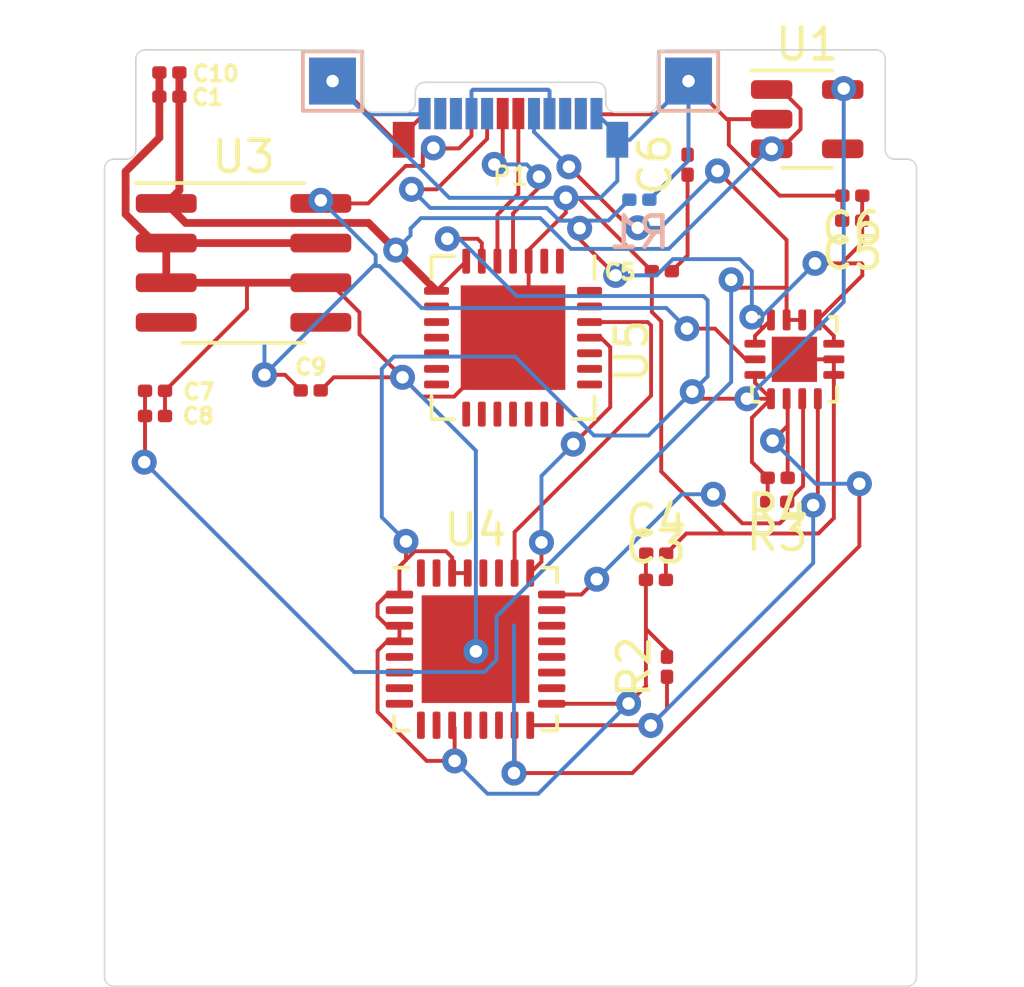
<source format=kicad_pcb>
(kicad_pcb (version 20221018) (generator pcbnew)
  (title_block (title "Expansion Card Template") (rev "X1") (company "Framework") (comment 1 "This work is licensed under a Creative Commons Attribution 4.0 International License") (comment 4 "https://frame.work"))
  (layers (0 "F.Cu" signal) (31 "B.Cu" signal) (34 "B.Paste" user) (35 "F.Paste" user) (36 "B.SilkS" user "B.Silkscreen") (37 "F.SilkS" user "F.Silkscreen") (38 "B.Mask" user) (39 "F.Mask" user) (44 "Edge.Cuts" user))
  (net 0 "")
  (net 1 "GND")
  (net 2 "VBUS")
  (net 3 "+3.3V")
  (net 5 "/CC2")
  (net 6 "/INT")
  (net 7 "/SCL")
  (net 8 "/SDA")
  (net 9 "/CC1")
  (net 29 "+5V")
  (net 32 "/VCONN")
  (net 33 "/RXD")
  (net 34 "/TXD")
  (net 35 "/D+")
  (net 36 "/D-")
  (footprint "Expansion_Card:USB_C_Plug_Molex_105444" (layer "F.Cu") (at 140 129)
    (fp_text reference "P1")
    (fp_text value "USB_C_Plug_USB2.0")
    (fp_line (start -3.35 0) (end -4.3 0) (stroke (width 0.05)) (layer "Edge.Cuts"))
    (fp_line (start -3.05 -0.66) (end -3.05 -0.3) (stroke (width 0.05)) (layer "Edge.Cuts"))
    (fp_line (start -2.75 -0.96) (end 2.75 -0.96) (stroke (width 0.05)) (layer "Edge.Cuts"))
    (fp_line (start 3.05 -0.66) (end 3.05 -0.3) (stroke (width 0.05)) (layer "Edge.Cuts"))
    (fp_line (start 3.35 0) (end 4.3 0) (stroke (width 0.05)) (layer "Edge.Cuts"))
    (fp_arc (start -3.05 -0.66) (mid -2.962132 -0.872132) (end -2.75 -0.96) (stroke (width 0.05)) (layer "Edge.Cuts"))
    (fp_arc (start -3.05 -0.3) (mid -3.137868 -0.087868) (end -3.35 0) (stroke (width 0.05)) (layer "Edge.Cuts"))
    (fp_arc (start 2.75 -0.96) (mid 2.962132 -0.872132) (end 3.05 -0.66) (stroke (width 0.05)) (layer "Edge.Cuts"))
    (fp_arc (start 3.35 0) (mid 3.137868 -0.087868) (end 3.05 -0.3) (stroke (width 0.05)) (layer "Edge.Cuts"))
  )
  (footprint "MountingHole:MountingHole_2.2mm_M2" (layer "F.Cu") (at 128.7 146.5)
    (fp_text reference "H1" hide)
    (fp_text value "MountingHole")
  )
  (footprint "MountingHole:MountingHole_2.2mm_M2" (layer "F.Cu") (at 151.3 146.5)
    (fp_text reference "H2" hide)
    (fp_text value "MountingHole")
  )
  (footprint "TestPoint:TestPoint_Pad_1.5x1.5mm" (layer "F.Cu") (at 134.3 128)
    (fp_text reference "TP1" hide)
    (fp_text value "TestPoint")
  )
  (footprint "TestPoint:TestPoint_Pad_1.5x1.5mm" (layer "F.Cu") (at 145.7 128)
    (fp_text reference "TP3" hide)
    (fp_text value "TestPoint")
  )
  (footprint "Package_DFN_QFN:QFN-32-1EP_5x5mm_P0.5mm_EP3.45x3.45mm" (layer "F.Cu") (at 138.88 146.2)
    (fp_text reference "U4")
    (fp_text value "ESP8266EX")
  )
  (footprint "Capacitor_SMD:C_0201_0603Metric" (layer "F.Cu") (at 144.665 143.14)
    (fp_text reference "C4")
    (fp_text value "0.1uF")
  )
  (footprint "Capacitor_SMD:C_0201_0603Metric" (layer "F.Cu") (at 133.6 137.91)
    (fp_text reference "C9")
    (fp_text value "33uF")
  )
  (footprint "Capacitor_SMD:C_0201_0603Metric" (layer "F.Cu") (at 129.075 127.725 180)
    (fp_text reference "C10")
    (fp_text value "0.1uF")
  )
  (footprint "Capacitor_SMD:C_0201_0603Metric" (layer "F.Cu") (at 129.075 128.5 180)
    (fp_text reference "C1")
    (fp_text value "10uF")
  )
  (footprint "Capacitor_SMD:C_0201_0603Metric" (layer "F.Cu") (at 144.655 143.98)
    (fp_text reference "C3")
    (fp_text value "1uF")
  )
  (footprint "Package_TO_SOT_SMD:SOT-23-5" (layer "F.Cu") (at 149.5 129.22)
    (fp_text reference "U1")
    (fp_text value "AP2112K-3.3")
  )
  (footprint "Resistor_SMD:R_0201_0603Metric" (layer "F.Cu") (at 145.01 146.765 90)
    (fp_text reference "R2")
    (fp_text value "4.7k")
  )
  (footprint "Capacitor_SMD:C_0201_0603Metric" (layer "F.Cu") (at 128.615 137.922)
    (fp_text reference "C7")
    (fp_text value "1uF")
  )
  (footprint "Resistor_SMD:R_0201_0603Metric" (layer "F.Cu") (at 148.555 140.71 180)
    (fp_text reference "R4")
    (fp_text value "4.7k")
  )
  (footprint "Capacitor_SMD:C_0201_0603Metric" (layer "F.Cu") (at 128.615 138.73)
    (fp_text reference "C8")
    (fp_text value "0.1uF")
  )
  (footprint "Capacitor_SMD:C_0201_0603Metric" (layer "F.Cu") (at 150.945 131.67 180)
    (fp_text reference "C6")
    (fp_text value "470pF")
  )
  (footprint "Capacitor_SMD:C_0201_0603Metric" (layer "F.Cu") (at 145.67 130.68 90)
    (fp_text reference "C6")
    (fp_text value "470pF")
  )
  (footprint "Package_DFN_QFN:WQFN-14-1EP_2.5x2.5mm_P0.5mm_EP1.45x1.45mm" (layer "F.Cu") (at 149.0905 136.914)
    (fp_text reference "U2" hide)
    (fp_text value "FUSB302BMPX")
  )
  (footprint "Resistor_SMD:R_0201_0603Metric" (layer "F.Cu") (at 148.54 141.48 180)
    (fp_text reference "R3")
    (fp_text value "4.7k")
  )
  (footprint "Package_SO:SOIC-8_3.9x4.9mm_P1.27mm" (layer "F.Cu") (at 131.45 133.825)
    (fp_text reference "U3")
    (fp_text value "LM78L05_SO8" hide)
  )
  (footprint "Capacitor_SMD:C_0201_0603Metric" (layer "F.Cu") (at 150.94 132.47 180)
    (fp_text reference "C5")
    (fp_text value "470pF")
  )
  (footprint "Capacitor_SMD:C_0201_0603Metric" (layer "F.Cu") (at 144.845 134.09 180)
    (fp_text reference "C5")
    (fp_text value "470pF" hide)
  )
  (footprint "Package_DFN_QFN:QFN-28-1EP_5x5mm_P0.5mm_EP3.35x3.35mm" (layer "F.Cu") (at 140.08 136.22 -90)
    (fp_text reference "U5")
    (fp_text value "CP2102N-Axx-xQFN28")
  )
  (footprint "TestPoint:TestPoint_Pad_1.5x1.5mm" (layer "B.Cu") (at 134.3 128)
    (fp_text reference "TP2" hide)
    (fp_text value "TestPoint")
  )
  (footprint "TestPoint:TestPoint_Pad_1.5x1.5mm" (layer "B.Cu") (at 145.7 128)
    (fp_text reference "TP4" hide)
    (fp_text value "TestPoint")
  )
  (footprint "Resistor_SMD:R_0201_0603Metric" (layer "B.Cu") (at 144.125 131.8)
    (fp_text reference "R1")
    (fp_text value "5.1k")
  )
  (gr_line locked (start 153 130.8) (end 153 156.7) (stroke (width 0.05)) (layer "Edge.Cuts"))
  (gr_line locked (start 127.3 157) (end 152.7 157) (stroke (width 0.05)) (layer "Edge.Cuts"))
  (gr_arc locked (start 144.7 128.7) (mid 144.612132 128.912132) (end 144.4 129) (stroke (width 0.05)) (layer "Edge.Cuts"))
  (gr_arc locked (start 135 127) (mid 135.212132 127.087868) (end 135.3 127.3) (stroke (width 0.05)) (layer "Edge.Cuts"))
  (gr_line locked (start 144.7 128.7) (end 144.7 127.3) (stroke (width 0.05)) (layer "Edge.Cuts"))
  (gr_arc locked (start 144.7 127.3) (mid 144.787868 127.087868) (end 145 127) (stroke (width 0.05)) (layer "Edge.Cuts"))
  (gr_line locked (start 135 127) (end 128.3 127) (stroke (width 0.05)) (layer "Edge.Cuts"))
  (gr_line locked (start 145 127) (end 151.7 127) (stroke (width 0.05)) (layer "Edge.Cuts"))
  (gr_arc locked (start 127.3 157) (mid 127.087868 156.912132) (end 127 156.7) (stroke (width 0.05)) (layer "Edge.Cuts"))
  (gr_line locked (start 144.3 129) (end 144.4 129) (stroke (width 0.05)) (layer "Edge.Cuts"))
  (gr_arc locked (start 128 127.3) (mid 128.087868 127.087868) (end 128.3 127) (stroke (width 0.05)) (layer "Edge.Cuts"))
  (gr_line locked (start 128 130.2) (end 128 127.3) (stroke (width 0.05)) (layer "Edge.Cuts"))
  (gr_arc locked (start 128 130.2) (mid 127.912132 130.412132) (end 127.7 130.5) (stroke (width 0.05)) (layer "Edge.Cuts"))
  (gr_arc locked (start 127 130.8) (mid 127.087868 130.587868) (end 127.3 130.5) (stroke (width 0.05)) (layer "Edge.Cuts"))
  (gr_line locked (start 127.3 130.5) (end 127.7 130.5) (stroke (width 0.05)) (layer "Edge.Cuts"))
  (gr_line locked (start 152 130.2) (end 152 127.3) (stroke (width 0.05)) (layer "Edge.Cuts"))
  (gr_arc locked (start 152.7 130.5) (mid 152.912132 130.587868) (end 153 130.8) (stroke (width 0.05)) (layer "Edge.Cuts"))
  (gr_arc locked (start 152.3 130.5) (mid 152.087868 130.412132) (end 152 130.2) (stroke (width 0.05)) (layer "Edge.Cuts"))
  (gr_line locked (start 152.3 130.5) (end 152.7 130.5) (stroke (width 0.05)) (layer "Edge.Cuts"))
  (gr_line locked (start 127 130.8) (end 127 156.7) (stroke (width 0.05)) (layer "Edge.Cuts"))
  (gr_arc locked (start 135.6 129) (mid 135.387868 128.912132) (end 135.3 128.7) (stroke (width 0.05)) (layer "Edge.Cuts"))
  (gr_arc locked (start 151.7 127) (mid 151.912132 127.087868) (end 152 127.3) (stroke (width 0.05)) (layer "Edge.Cuts"))
  (gr_line locked (start 135.6 129) (end 135.7 129) (stroke (width 0.05)) (layer "Edge.Cuts"))
  (gr_arc locked (start 153 156.7) (mid 152.912132 156.912132) (end 152.7 157) (stroke (width 0.05)) (layer "Edge.Cuts"))
  (gr_line locked (start 135.3 128.7) (end 135.3 127.3) (stroke (width 0.05)) (layer "Edge.Cuts"))
  (segment (start 144.825 140.507) (end 146.812 142.494) (width 0.125) (layer "F.Cu") (net 1))
  (segment (start 144.525 135.39538) (end 144.825 135.695381) (width 0.125) (layer "F.Cu") (net 1))
  (segment (start 144.525 134.09) (end 142.175 131.74) (width 0.125) (layer "F.Cu") (net 1))
  (segment (start 134.340191 137.489809) (end 136.540191 137.489809) (width 0.125) (layer "F.Cu") (net 1))
  (segment (start 146.99 129.22) (end 146.99 130.043363) (width 0.125) (layer "F.Cu") (net 1))
  (segment (start 140.58 133.77) (end 140.58 133.410381) (width 0.125) (layer "F.Cu") (net 1))
  (segment (start 128.935 138.73) (end 128.935 137.922) (width 0.125) (layer "F.Cu") (net 1))
  (segment (start 144.525 134.09) (end 144.525 135.39538) (width 0.125) (layer "F.Cu") (net 1))
  (segment (start 144.975 143.98) (end 144.975 143.15) (width 0.125) (layer "F.Cu") (net 1))
  (segment (start 128.935 137.922) (end 131.56 135.297) (width 0.125) (layer "F.Cu") (net 1))
  (segment (start 145.67 130.36) (end 145.7 130.33) (width 0.125) (layer "F.Cu") (net 1))
  (segment (start 128.975 133.19) (end 128.598249 133.19) (width 0.25) (layer "F.Cu") (net 1))
  (segment (start 144.825 135.695381) (end 144.825 140.507) (width 0.125) (layer "F.Cu") (net 1))
  (segment (start 140.58 133.77) (end 140.58 135.72) (width 0.125) (layer "F.Cu") (net 1))
  (segment (start 148.616637 131.67) (end 150.625 131.67) (width 0.125) (layer "F.Cu") (net 1))
  (segment (start 128.975 134.46) (end 128.975 133.19) (width 0.25) (layer "F.Cu") (net 1))
  (segment (start 131.56 135.297) (end 131.56 134.46) (width 0.125) (layer "F.Cu") (net 1))
  (segment (start 150.353 142.001) (end 150.353 137.414) (width 0.125) (layer "F.Cu") (net 1))
  (segment (start 138.1925 138.1075) (end 137.157881 138.1075) (width 0.125) (layer "F.Cu") (net 1))
  (segment (start 150.353 136.914) (end 149.0905 136.914) (width 0.125) (layer "F.Cu") (net 1))
  (segment (start 134.3 128) (end 134.384352 128) (width 0.125) (layer "F.Cu") (net 1))
  (segment (start 137.157881 138.1075) (end 136.540191 137.489809) (width 0.125) (layer "F.Cu") (net 1))
  (segment (start 146.99 130.043363) (end 148.616637 131.67) (width 0.125) (layer "F.Cu") (net 1))
  (segment (start 144.985 143.14) (end 145.631 142.494) (width 0.125) (layer "F.Cu") (net 1))
  (segment (start 128.755 129.815) (end 128.755 128.5) (width 0.25) (layer "F.Cu") (net 1))
  (segment (start 128.598249 133.19) (end 127.675 132.266751) (width 0.25) (layer "F.Cu") (net 1))
  (segment (start 134.213363 134.46) (end 133.925 134.46) (width 0.125) (layer "F.Cu") (net 1))
  (segment (start 150.625 131.67) (end 150.625 132.465) (width 0.125) (layer "F.Cu") (net 1))
  (segment (start 136.58 129.88) (end 136.58 129.71) (width 0.125) (layer "F.Cu") (net 1))
  (segment (start 144.636033 129.063967) (end 145.7 128) (width 0.125) (layer "F.Cu") (net 1))
  (segment (start 146.812 142.494) (end 149.86 142.494) (width 0.125) (layer "F.Cu") (net 1))
  (segment (start 144.975 143.15) (end 144.985 143.14) (width 0.125) (layer "F.Cu") (net 1))
  (segment (start 140.58 135.72) (end 140.08 136.22) (width 0.125) (layer "F.Cu") (net 1))
  (segment (start 136.264352 129.88) (end 136.58 129.88) (width 0.125) (layer "F.Cu") (net 1))
  (segment (start 138.88 146.26) (end 138.89 146.27) (width 0.125) (layer "F.Cu") (net 1))
  (segment (start 135.1625 135.409137) (end 134.213363 134.46) (width 0.125) (layer "F.Cu") (net 1))
  (segment (start 128.755 127.725) (end 128.755 128.5) (width 0.25) (layer "F.Cu") (net 1))
  (segment (start 127.675 130.895) (end 128.755 129.815) (width 0.25) (layer "F.Cu") (net 1))
  (segment (start 150.353 137.414) (end 150.353 136.914) (width 0.125) (layer "F.Cu") (net 1))
  (segment (start 150.625 132.465) (end 150.62 132.47) (width 0.125) (layer "F.Cu") (net 1))
  (segment (start 138.88 146.2) (end 138.88 146.26) (width 0.125) (layer "F.Cu") (net 1))
  (segment (start 141.77 132.220381) (end 141.77 131.74) (width 0.125) (layer "F.Cu") (net 1))
  (segment (start 142.175 131.74) (end 141.77 131.74) (width 0.125) (layer "F.Cu") (net 1))
  (segment (start 142.75 129.04) (end 142.773967 129.063967) (width 0.125) (layer "F.Cu") (net 1))
  (segment (start 133.925 134.46) (end 131.56 134.46) (width 0.25) (layer "F.Cu") (net 1))
  (segment (start 146.92 129.22) (end 145.7 128) (width 0.125) (layer "F.Cu") (net 1))
  (segment (start 145.7 130.33) (end 145.7 128) (width 0.125) (layer "F.Cu") (net 1))
  (segment (start 135.1625 136.112119) (end 135.1625 135.409137) (width 0.125) (layer "F.Cu") (net 1))
  (segment (start 148.3625 129.22) (end 146.99 129.22) (width 0.125) (layer "F.Cu") (net 1))
  (segment (start 127.675 132.266751) (end 127.675 130.895) (width 0.25) (layer "F.Cu") (net 1))
  (segment (start 133.92 137.91) (end 134.340191 137.489809) (width 0.125) (layer "F.Cu") (net 1))
  (segment (start 136.540191 137.489809) (end 135.1625 136.112119) (width 0.125) (layer "F.Cu") (net 1))
  (segment (start 145.631 142.494) (end 146.812 142.494) (width 0.125) (layer "F.Cu") (net 1))
  (segment (start 142.773967 129.063967) (end 144.636033 129.063967) (width 0.125) (layer "F.Cu") (net 1))
  (segment (start 146.99 129.22) (end 146.92 129.22) (width 0.125) (layer "F.Cu") (net 1))
  (segment (start 134.384352 128) (end 136.264352 129.88) (width 0.125) (layer "F.Cu") (net 1))
  (segment (start 131.56 134.46) (end 128.975 134.46) (width 0.25) (layer "F.Cu") (net 1))
  (segment (start 140.08 136.22) (end 138.1925 138.1075) (width 0.125) (layer "F.Cu") (net 1))
  (segment (start 140.58 133.410381) (end 141.77 132.220381) (width 0.125) (layer "F.Cu") (net 1))
  (segment (start 136.58 129.71) (end 137.25 129.04) (width 0.125) (layer "F.Cu") (net 1))
  (segment (start 128.975 133.19) (end 133.925 133.19) (width 0.25) (layer "F.Cu") (net 1))
  (segment (start 149.86 142.494) (end 150.353 142.001) (width 0.125) (layer "F.Cu") (net 1))
  (via (at 136.540191 137.489809) (size 0.8) (drill 0.4) (layers "F.Cu" "B.Cu") (net 1))
  (via (at 138.89 146.27) (size 0.8) (drill 0.4) (layers "F.Cu" "B.Cu") (net 1))
  (via (at 141.77 131.74) (size 0.8) (drill 0.4) (layers "F.Cu" "B.Cu") (net 1))
  (via (at 145.7 128) (size 0.8) (drill 0.4) (layers "F.Cu" "B.Cu") (net 1))
  (via (at 134.3 128) (size 0.8) (drill 0.4) (layers "F.Cu" "B.Cu") (net 1))
  (segment (start 138.04 131.74) (end 134.3 128) (width 0.125) (layer "B.Cu") (net 1))
  (segment (start 143.42 129.88) (end 143.42 131.2) (width 0.125) (layer "B.Cu") (net 1))
  (segment (start 144.445 131.8) (end 145.7 130.545) (width 0.125) (layer "B.Cu") (net 1))
  (segment (start 143.42 131.2) (end 142.88 131.74) (width 0.125) (layer "B.Cu") (net 1))
  (segment (start 137.226033 129.063967) (end 135.363967 129.063967) (width 0.125) (layer "B.Cu") (net 1))
  (segment (start 145.7 128) (end 143.82 129.88) (width 0.125) (layer "B.Cu") (net 1))
  (segment (start 138.89 146.27) (end 138.89 139.839618) (width 0.125) (layer "B.Cu") (net 1))
  (segment (start 145.7 130.545) (end 145.7 128) (width 0.125) (layer "B.Cu") (net 1))
  (segment (start 138.89 146.27) (end 138.89 146.196289) (width 0.125) (layer "B.Cu") (net 1))
  (segment (start 143.42 129.71) (end 142.75 129.04) (width 0.125) (layer "B.Cu") (net 1))
  (segment (start 135.363967 129.063967) (end 134.3 128) (width 0.125) (layer "B.Cu") (net 1))
  (segment (start 137.25 129.04) (end 137.226033 129.063967) (width 0.125) (layer "B.Cu") (net 1))
  (segment (start 143.82 129.88) (end 143.42 129.88) (width 0.125) (layer "B.Cu") (net 1))
  (segment (start 142.88 131.74) (end 141.77 131.74) (width 0.125) (layer "B.Cu") (net 1))
  (segment (start 138.89 139.839618) (end 136.540191 137.489809) (width 0.125) (layer "B.Cu") (net 1))
  (segment (start 143.42 129.88) (end 143.42 129.71) (width 0.125) (layer "B.Cu") (net 1))
  (segment (start 141.77 131.74) (end 138.04 131.74) (width 0.125) (layer "B.Cu") (net 1))
  (segment (start 137.1925 130.1675) (end 137.1925 130.7175) (width 0.125) (layer "F.Cu") (net 2))
  (segment (start 133.925 131.8205) (end 133.925 131.92) (width 0.125) (layer "F.Cu") (net 2))
  (segment (start 137.529469 130.138723) (end 137.548246 130.1575) (width 0.125) (layer "F.Cu") (net 2))
  (segment (start 132.78 137.41) (end 132.12 137.41) (width 0.125) (layer "F.Cu") (net 2))
  (segment (start 135.44 131.92) (end 133.925 131.92) (width 0.125) (layer "F.Cu") (net 2))
  (segment (start 141.25 128.325) (end 141.2025 128.2775) (width 0.125) (layer "F.Cu") (net 2))
  (segment (start 136.6425 130.7175) (end 135.44 131.92) (width 0.125) (layer "F.Cu") (net 2))
  (segment (start 133.28 137.91) (end 132.78 137.41) (width 0.125) (layer "F.Cu") (net 2))
  (segment (start 137.1925 130.7175) (end 136.6425 130.7175) (width 0.125) (layer "F.Cu") (net 2))
  (segment (start 147.530881 136.914) (end 147.828 136.914) (width 0.125) (layer "F.Cu") (net 2))
  (segment (start 145.65 135.93) (end 146.546881 135.93) (width 0.125) (layer "F.Cu") (net 2))
  (segment (start 138.75 128.325) (end 138.75 129.04) (width 0.125) (layer "F.Cu") (net 2))
  (segment (start 137.548246 130.1575) (end 138.3475 130.1575) (width 0.125) (layer "F.Cu") (net 2))
  (segment (start 138.3475 130.1575) (end 137.2025 130.1575) (width 0.125) (layer "F.Cu") (net 2))
  (segment (start 141.25 129.04) (end 141.25 128.325) (width 0.125) (layer "F.Cu") (net 2))
  (segment (start 141.2025 128.2775) (end 138.7975 128.2775) (width 0.125) (layer "F.Cu") (net 2))
  (segment (start 138.7975 128.2775) (end 138.75 128.325) (width 0.125) (layer "F.Cu") (net 2))
  (segment (start 146.546881 135.93) (end 147.530881 136.914) (width 0.125) (layer "F.Cu") (net 2))
  (segment (start 138.75 129.755) (end 138.3475 130.1575) (width 0.125) (layer "F.Cu") (net 2))
  (segment (start 137.2025 130.1575) (end 137.1925 130.1675) (width 0.125) (layer "F.Cu") (net 2))
  (segment (start 138.75 129.04) (end 138.75 129.755) (width 0.125) (layer "F.Cu") (net 2))
  (via (at 133.925 131.8205) (size 0.8) (drill 0.4) (layers "F.Cu" "B.Cu") (net 2))
  (via (at 145.65 135.93) (size 0.8) (drill 0.4) (layers "F.Cu" "B.Cu") (net 2))
  (via (at 137.529469 130.138723) (size 0.8) (drill 0.4) (layers "F.Cu" "B.Cu") (net 2))
  (via (at 132.12 137.41) (size 0.8) (drill 0.4) (layers "F.Cu" "B.Cu") (net 2))
  (segment (start 132.12 136.385) (end 132.12 137.41) (width 0.125) (layer "B.Cu") (net 2))
  (segment (start 141.2025 128.2775) (end 141.25 128.325) (width 0.125) (layer "B.Cu") (net 2))
  (segment (start 137.151542 135.27) (end 144.99 135.27) (width 0.125) (layer "B.Cu") (net 2))
  (segment (start 135.605 133.925) (end 132.12 137.41) (width 0.125) (layer "B.Cu") (net 2))
  (segment (start 138.75 128.325) (end 138.7975 128.2775) (width 0.125) (layer "B.Cu") (net 2))
  (segment (start 138.7975 128.2775) (end 141.2025 128.2775) (width 0.125) (layer "B.Cu") (net 2))
  (segment (start 135.681542 133.848458) (end 135.605 133.925) (width 0.125) (layer "B.Cu") (net 2))
  (segment (start 135.605 133.925) (end 135.806542 133.925) (width 0.125) (layer "B.Cu") (net 2))
  (segment (start 144.99 135.27) (end 145.65 135.93) (width 0.125) (layer "B.Cu") (net 2))
  (segment (start 135.681542 133.848458) (end 135.681542 133.577042) (width 0.125) (layer "B.Cu") (net 2))
  (segment (start 141.25 128.325) (end 141.25 129.04) (width 0.125) (layer "B.Cu") (net 2))
  (segment (start 135.806542 133.925) (end 137.151542 135.27) (width 0.125) (layer "B.Cu") (net 2))
  (segment (start 135.681542 133.577042) (end 133.925 131.8205) (width 0.125) (layer "B.Cu") (net 2))
  (segment (start 138.75 129.04) (end 138.75 128.325) (width 0.125) (layer "B.Cu") (net 2))
  (segment (start 136.045381 144.45) (end 136.4425 144.45) (width 0.125) (layer "F.Cu") (net 3))
  (segment (start 147.57 138.1765) (end 148.3405 138.1765) (width 0.125) (layer "F.Cu") (net 3))
  (segment (start 148.235 141.465) (end 148.22 141.48) (width 0.125) (layer "F.Cu") (net 3))
  (segment (start 144.335 143.15) (end 144.345 143.14) (width 0.125) (layer "F.Cu") (net 3))
  (segment (start 145.820353 137.950353) (end 146.0465 138.1765) (width 0.125) (layer "F.Cu") (net 3))
  (segment (start 146.0465 138.1765) (end 147.57 138.1765) (width 0.125) (layer "F.Cu") (net 3))
  (segment (start 137.93 143.0625) (end 138.13 143.2625) (width 0.125) (layer "F.Cu") (net 3))
  (segment (start 147.828 137.414) (end 147.828 137.664) (width 0.125) (layer "F.Cu") (net 3))
  (segment (start 136.4425 145.95) (end 136.045381 145.95) (width 0.125) (layer "F.Cu") (net 3))
  (segment (start 148.235 140.71) (end 148.235 141.465) (width 0.125) (layer "F.Cu") (net 3))
  (segment (start 143.77 147.95) (end 143.78 147.94) (width 0.125) (layer "F.Cu") (net 3))
  (segment (start 137.315 149.78) (end 138.21 149.78) (width 0.125) (layer "F.Cu") (net 3))
  (segment (start 144.335 143.98) (end 144.335 143.15) (width 0.125) (layer "F.Cu") (net 3))
  (segment (start 139.08 133.77) (end 139.08 133.185381) (width 0.125) (layer "F.Cu") (net 3))
  (segment (start 136.4425 145.45) (end 136.045381 145.45) (width 0.125) (layer "F.Cu") (net 3))
  (segment (start 141.3175 147.95) (end 143.77 147.95) (width 0.125) (layer "F.Cu") (net 3))
  (segment (start 145.01 146.225) (end 144.335 145.55) (width 0.125) (layer "F.Cu") (net 3))
  (segment (start 136.045381 145.95) (end 135.7425 146.252881) (width 0.125) (layer "F.Cu") (net 3))
  (segment (start 138.946619 133.052) (end 137.976137 133.052) (width 0.125) (layer "F.Cu") (net 3))
  (segment (start 135.7425 144.752881) (end 136.045381 144.45) (width 0.125) (layer "F.Cu") (net 3))
  (segment (start 136.045381 145.45) (end 135.7425 145.147119) (width 0.125) (layer "F.Cu") (net 3))
  (segment (start 139.08 133.185381) (end 138.946619 133.052) (width 0.125) (layer "F.Cu") (net 3))
  (segment (start 135.7425 145.147119) (end 135.7425 144.752881) (width 0.125) (layer "F.Cu") (net 3))
  (segment (start 138.13 143.2625) (end 138.13 143.7625) (width 0.125) (layer "F.Cu") (net 3))
  (segment (start 147.73 138.787) (end 147.73 140.205) (width 0.125) (layer "F.Cu") (net 3))
  (segment (start 150.6375 128.27) (end 150.64 128.27) (width 0.125) (layer "F.Cu") (net 3))
  (segment (start 136.4425 144.45) (end 136.4425 143.552881) (width 0.125) (layer "F.Cu") (net 3))
  (segment (start 135.7425 146.252881) (end 135.7425 148.2075) (width 0.125) (layer "F.Cu") (net 3))
  (segment (start 148.3405 138.1765) (end 147.73 138.787) (width 0.125) (layer "F.Cu") (net 3))
  (segment (start 147.73 140.205) (end 148.235 140.71) (width 0.125) (layer "F.Cu") (net 3))
  (segment (start 144.335 143.98) (end 144.335 145.55) (width 0.125) (layer "F.Cu") (net 3))
  (segment (start 144.335 147.365) (end 144.345 147.375) (width 0.125) (layer "F.Cu") (net 3))
  (segment (start 138.21 149.78) (end 138.21 148.7175) (width 0.125) (layer "F.Cu") (net 3))
  (segment (start 136.652 143.343381) (end 136.4425 143.552881) (width 0.125) (layer "F.Cu") (net 3))
  (segment (start 144.335 145.55) (end 144.335 147.365) (width 0.125) (layer "F.Cu") (net 3))
  (segment (start 136.652 142.748) (end 136.652 143.343381) (width 0.125) (layer "F.Cu") (net 3))
  (segment (start 145.01 146.445) (end 145.01 146.225) (width 0.125) (layer "F.Cu") (net 3))
  (segment (start 138.21 148.7175) (end 138.13 148.6375) (width 0.125) (layer "F.Cu") (net 3))
  (segment (start 136.4425 145.95) (end 136.4425 145.45) (width 0.125) (layer "F.Cu") (net 3))
  (segment (start 147.828 137.664) (end 148.3405 138.1765) (width 0.125) (layer "F.Cu") (net 3))
  (segment (start 138.13 143.7625) (end 138.63 143.7625) (width 0.125) (layer "F.Cu") (net 3))
  (segment (start 136.4425 143.552881) (end 136.932881 143.0625) (width 0.125) (layer "F.Cu") (net 3))
  (segment (start 135.7425 148.2075) (end 137.315 149.78) (width 0.125) (layer "F.Cu") (net 3))
  (segment (start 143.78 147.94) (end 144.345 147.375) (width 0.125) (layer "F.Cu") (net 3))
  (segment (start 150.64 128.27) (end 150.67 128.24) (width 0.125) (layer "F.Cu") (net 3))
  (segment (start 136.932881 143.0625) (end 137.93 143.0625) (width 0.125) (layer "F.Cu") (net 3))
  (via (at 137.976137 133.052) (size 0.8) (drill 0.4) (layers "F.Cu" "B.Cu") (net 3))
  (via (at 145.820353 137.950353) (size 0.8) (drill 0.4) (layers "F.Cu" "B.Cu") (net 3))
  (via (at 147.57 138.1765) (size 0.8) (drill 0.4) (layers "F.Cu" "B.Cu") (net 3))
  (via (at 150.67 128.24) (size 0.8) (drill 0.4) (layers "F.Cu" "B.Cu") (net 3))
  (via (at 138.21 149.78) (size 0.8) (drill 0.4) (layers "F.Cu" "B.Cu") (net 3))
  (via (at 136.652 142.748) (size 0.8) (drill 0.4) (layers "F.Cu" "B.Cu") (net 3))
  (via (at 143.78 147.94) (size 0.8) (drill 0.4) (layers "F.Cu" "B.Cu") (net 3))
  (segment (start 146.3125 135.0225) (end 146.176435 134.886435) (width 0.125) (layer "B.Cu") (net 3))
  (segment (start 140.144227 136.827309) (end 136.265774 136.827309) (width 0.125) (layer "B.Cu") (net 3))
  (segment (start 140.8875 150.8325) (end 139.2625 150.8325) (width 0.125) (layer "B.Cu") (net 3))
  (segment (start 150.67 135.0765) (end 147.57 138.1765) (width 0.125) (layer "B.Cu") (net 3))
  (segment (start 136.265774 136.827309) (end 135.877691 137.215392) (width 0.125) (layer "B.Cu") (net 3))
  (segment (start 150.67 128.24) (end 150.67 135.0765) (width 0.125) (layer "B.Cu") (net 3))
  (segment (start 137.976137 133.052) (end 138.362 133.052) (width 0.125) (layer "B.Cu") (net 3))
  (segment (start 142.672854 139.355936) (end 140.144227 136.827309) (width 0.125) (layer "B.Cu") (net 3))
  (segment (start 135.877691 137.215392) (end 135.877691 141.973691) (width 0.125) (layer "B.Cu") (net 3))
  (segment (start 145.820353 137.950353) (end 146.3125 137.458206) (width 0.125) (layer "B.Cu") (net 3))
  (segment (start 146.176435 134.886435) (end 140.196435 134.886435) (width 0.125) (layer "B.Cu") (net 3))
  (segment (start 144.41477 139.355936) (end 145.820353 137.950353) (width 0.125) (layer "B.Cu") (net 3))
  (segment (start 143.78 147.94) (end 140.8875 150.8325) (width 0.125) (layer "B.Cu") (net 3))
  (segment (start 138.362 133.052) (end 140.196435 134.886435) (width 0.125) (layer "B.Cu") (net 3))
  (segment (start 139.2625 150.8325) (end 138.21 149.78) (width 0.125) (layer "B.Cu") (net 3))
  (segment (start 135.877691 141.973691) (end 136.652 142.748) (width 0.125) (layer "B.Cu") (net 3))
  (segment (start 146.3125 137.458206) (end 146.3125 135.0225) (width 0.125) (layer "B.Cu") (net 3))
  (segment (start 142.672854 139.355936) (end 144.41477 139.355936) (width 0.125) (layer "B.Cu") (net 3))
  (segment (start 145.67 131) (end 145.67 133.585) (width 0.125) (layer "F.Cu") (net 5))
  (segment (start 145.67 133.585) (end 145.165 134.09) (width 0.125) (layer "F.Cu") (net 5))
  (segment (start 148.395 139.52) (end 148.875 139.04) (width 0.125) (layer "F.Cu") (net 6))
  (segment (start 148.392 139.52) (end 148.395 139.52) (width 0.125) (layer "F.Cu") (net 6))
  (segment (start 148.875 138.211) (end 148.8405 138.1765) (width 0.125) (layer "F.Cu") (net 6))
  (segment (start 140.13 150.15) (end 140.13 148.6375) (width 0.125) (layer "F.Cu") (net 6))
  (segment (start 143.900419 150.17) (end 151.17 142.900419) (width 0.125) (layer "F.Cu") (net 6))
  (segment (start 148.875 140.71) (end 148.875 139.04) (width 0.125) (layer "F.Cu") (net 6))
  (segment (start 140.11 150.17) (end 140.13 150.15) (width 0.125) (layer "F.Cu") (net 6))
  (segment (start 148.875 139.04) (end 148.875 138.211) (width 0.125) (layer "F.Cu") (net 6))
  (segment (start 151.17 142.900419) (end 151.17 140.9) (width 0.125) (layer "F.Cu") (net 6))
  (segment (start 140.11 150.17) (end 143.900419 150.17) (width 0.125) (layer "F.Cu") (net 6))
  (via (at 148.392 139.52) (size 0.8) (drill 0.4) (layers "F.Cu" "B.Cu") (net 6))
  (via (at 140.11 150.17) (size 0.8) (drill 0.4) (layers "F.Cu" "B.Cu") (net 6))
  (via (at 151.17 140.9) (size 0.8) (drill 0.4) (layers "F.Cu" "B.Cu") (net 6))
  (segment (start 149.772 140.9) (end 148.392 139.52) (width 0.125) (layer "B.Cu") (net 6))
  (segment (start 151.17 140.9) (end 149.772 140.9) (width 0.125) (layer "B.Cu") (net 6))
  (segment (start 140.11 145.435909) (end 140.11 150.17) (width 0.125) (layer "B.Cu") (net 6))
  (segment (start 142.76 143.96) (end 142.27 144.45) (width 0.125) (layer "F.Cu") (net 7))
  (segment (start 149.3675 138.2035) (end 149.3405 138.1765) (width 0.125) (layer "F.Cu") (net 7))
  (segment (start 148.86 141.48) (end 149.3675 140.9725) (width 0.125) (layer "F.Cu") (net 7))
  (segment (start 148.86 141.48) (end 148.86 141.93) (width 0.125) (layer "F.Cu") (net 7))
  (segment (start 142.27 144.45) (end 141.3175 144.45) (width 0.125) (layer "F.Cu") (net 7))
  (segment (start 148.86 141.93) (end 148.621 142.169) (width 0.125) (layer "F.Cu") (net 7))
  (segment (start 148.621 142.169) (end 147.42321 142.169) (width 0.125) (layer "F.Cu") (net 7))
  (segment (start 147.42321 142.169) (end 146.492105 141.237895) (width 0.125) (layer "F.Cu") (net 7))
  (segment (start 149.3675 140.9725) (end 149.3675 138.2035) (width 0.125) (layer "F.Cu") (net 7))
  (via (at 142.76 143.96) (size 0.8) (drill 0.4) (layers "F.Cu" "B.Cu") (net 7))
  (via (at 146.492105 141.237895) (size 0.8) (drill 0.4) (layers "F.Cu" "B.Cu") (net 7))
  (segment (start 146.492105 141.237895) (end 145.482105 141.237895) (width 0.125) (layer "B.Cu") (net 7))
  (segment (start 145.482105 141.237895) (end 142.76 143.96) (width 0.125) (layer "B.Cu") (net 7))
  (segment (start 145.01 147.085) (end 145.01 148.123502) (width 0.125) (layer "F.Cu") (net 8))
  (segment (start 144.4825 148.6375) (end 140.63 148.6375) (width 0.125) (layer "F.Cu") (net 8))
  (segment (start 145.01 148.123502) (end 144.489275 148.644227) (width 0.125) (layer "F.Cu") (net 8))
  (segment (start 149.8405 138.1765) (end 149.8405 141.435711) (width 0.125) (layer "F.Cu") (net 8))
  (segment (start 149.8405 141.435711) (end 149.691394 141.584817) (width 0.125) (layer "F.Cu") (net 8))
  (via (at 149.691394 141.584817) (size 0.8) (drill 0.4) (layers "F.Cu" "B.Cu") (net 8))
  (via (at 144.489275 148.644227) (size 0.8) (drill 0.4) (layers "F.Cu" "B.Cu") (net 8))
  (segment (start 149.691394 143.442108) (end 144.489275 148.644227) (width 0.125) (layer "B.Cu") (net 8))
  (segment (start 149.691394 141.584817) (end 149.691394 143.442108) (width 0.125) (layer "B.Cu") (net 8))
  (segment (start 139.25 129.85) (end 139.25 129.04) (width 0.125) (layer "F.Cu") (net 9))
  (segment (start 151.235 133.84) (end 151.265 133.87) (width 0.125) (layer "F.Cu") (net 9))
  (segment (start 149.75 133.84) (end 150.6 133.84) (width 0.125) (layer "F.Cu") (net 9))
  (segment (start 151.26 132.47) (end 151.26 133.18) (width 0.125) (layer "F.Cu") (net 9))
  (segment (start 149.8405 135.6515) (end 150.353 136.164) (width 0.125) (layer "F.Cu") (net 9))
  (segment (start 142.213638 133.069806) (end 143.367767 134.223935) (width 0.125) (layer "F.Cu") (net 9))
  (segment (start 151.26 132.47) (end 151.26 131.675) (width 0.125) (layer "F.Cu") (net 9))
  (segment (start 151.265 133.87) (end 151.265 134.227) (width 0.125) (layer "F.Cu") (net 9))
  (segment (start 148.076 135.916) (end 147.728 135.568) (width 0.125) (layer "F.Cu") (net 9))
  (segment (start 137.63379 131.46621) (end 139.25 129.85) (width 0.125) (layer "F.Cu") (net 9))
  (segment (start 136.83 131.46621) (end 137.63379 131.46621) (width 0.125) (layer "F.Cu") (net 9))
  (segment (start 150.353 136.164) (end 150.353 136.414) (width 0.125) (layer "F.Cu") (net 9))
  (segment (start 151.265 134.227) (end 149.8405 135.6515) (width 0.125) (layer "F.Cu") (net 9))
  (segment (start 142.213638 132.714849) (end 142.213638 133.069806) (width 0.125) (layer "F.Cu") (net 9))
  (segment (start 147.828 136.414) (end 147.828 136.164) (width 0.125) (layer "F.Cu") (net 9))
  (segment (start 151.26 133.18) (end 150.6 133.84) (width 0.125) (layer "F.Cu") (net 9))
  (segment (start 147.728 135.568) (end 147.728 135.56) (width 0.125) (layer "F.Cu") (net 9))
  (segment (start 148.076 135.916) (end 148.3405 135.6515) (width 0.125) (layer "F.Cu") (net 9))
  (segment (start 151.26 131.675) (end 151.265 131.67) (width 0.125) (layer "F.Cu") (net 9))
  (segment (start 147.828 136.164) (end 148.076 135.916) (width 0.125) (layer "F.Cu") (net 9))
  (segment (start 150.6 133.84) (end 151.235 133.84) (width 0.125) (layer "F.Cu") (net 9))
  (via (at 143.367767 134.223935) (size 0.8) (drill 0.4) (layers "F.Cu" "B.Cu") (net 9))
  (via (at 149.75 133.84) (size 0.8) (drill 0.4) (layers "F.Cu" "B.Cu") (net 9))
  (via (at 142.213638 132.714849) (size 0.8) (drill 0.4) (layers "F.Cu" "B.Cu") (net 9))
  (via (at 147.728 135.56) (size 0.8) (drill 0.4) (layers "F.Cu" "B.Cu") (net 9))
  (via (at 136.83 131.46621) (size 0.8) (drill 0.4) (layers "F.Cu" "B.Cu") (net 9))
  (segment (start 147.728 135.56) (end 148.03 135.56) (width 0.125) (layer "B.Cu") (net 9))
  (segment (start 144.678185 134.223935) (end 143.367767 134.223935) (width 0.125) (layer "B.Cu") (net 9))
  (segment (start 141.158083 132.065) (end 141.563083 132.47) (width 0.125) (layer "B.Cu") (net 9))
  (segment (start 141.563083 132.47) (end 141.66 132.47) (width 0.125) (layer "B.Cu") (net 9))
  (segment (start 143.805 131.8) (end 143.135 132.47) (width 0.125) (layer "B.Cu") (net 9))
  (segment (start 141.968789 132.47) (end 141.66 132.47) (width 0.125) (layer "B.Cu") (net 9))
  (segment (start 143.135 132.47) (end 141.66 132.47) (width 0.125) (layer "B.Cu") (net 9))
  (segment (start 147.728 135.56) (end 147.728 134.091083) (width 0.125) (layer "B.Cu") (net 9))
  (segment (start 142.213638 132.714849) (end 141.968789 132.47) (width 0.125) (layer "B.Cu") (net 9))
  (segment (start 147.728 134.091083) (end 147.340417 133.7035) (width 0.125) (layer "B.Cu") (net 9))
  (segment (start 137.42879 132.065) (end 141.158083 132.065) (width 0.125) (layer "B.Cu") (net 9))
  (segment (start 145.19862 133.7035) (end 144.678185 134.223935) (width 0.125) (layer "B.Cu") (net 9))
  (segment (start 147.340417 133.7035) (end 145.19862 133.7035) (width 0.125) (layer "B.Cu") (net 9))
  (segment (start 136.83 131.46621) (end 137.42879 132.065) (width 0.125) (layer "B.Cu") (net 9))
  (segment (start 148.03 135.56) (end 149.75 133.84) (width 0.125) (layer "B.Cu") (net 9))
  (segment (start 148.658363 130.17) (end 149.2875 129.540863) (width 0.125) (layer "F.Cu") (net 29))
  (segment (start 138.58 133.77) (end 137.63 134.72) (width 0.125) (layer "F.Cu") (net 29))
  (segment (start 135.455 132.545) (end 136.325 133.415) (width 0.25) (layer "F.Cu") (net 29))
  (segment (start 129.395 128.5) (end 129.395 127.725) (width 0.25) (layer "F.Cu") (net 29))
  (segment (start 128.975 131.92) (end 129.6 132.545) (width 0.25) (layer "F.Cu") (net 29))
  (segment (start 136.325 133.415) (end 137.63 134.72) (width 0.25) (layer "F.Cu") (net 29))
  (segment (start 129.6 132.545) (end 135.455 132.545) (width 0.25) (layer "F.Cu") (net 29))
  (segment (start 148.658363 128.27) (end 148.3625 128.27) (width 0.125) (layer "F.Cu") (net 29))
  (segment (start 149.2875 129.540863) (end 149.2875 128.899137) (width 0.125) (layer "F.Cu") (net 29))
  (segment (start 129.395 131.5) (end 128.975 131.92) (width 0.25) (layer "F.Cu") (net 29))
  (segment (start 148.3625 130.17) (end 148.658363 130.17) (width 0.125) (layer "F.Cu") (net 29))
  (segment (start 149.2875 128.899137) (end 148.658363 128.27) (width 0.125) (layer "F.Cu") (net 29))
  (segment (start 129.395 128.5) (end 129.395 131.5) (width 0.25) (layer "F.Cu") (net 29))
  (via (at 136.325 133.415) (size 0.8) (drill 0.4) (layers "F.Cu" "B.Cu") (net 29))
  (via (at 148.3625 130.17) (size 0.8) (drill 0.4) (layers "F.Cu" "B.Cu") (net 29))
  (segment (start 145.065151 133.377349) (end 141.939221 133.377349) (width 0.125) (layer "B.Cu") (net 29))
  (segment (start 148.3625 130.17) (end 148.2725 130.17) (width 0.125) (layer "B.Cu") (net 29))
  (segment (start 148.2725 130.17) (end 145.065151 133.377349) (width 0.125) (layer "B.Cu") (net 29))
  (segment (start 140.951872 132.39) (end 137.13 132.39) (width 0.125) (layer "B.Cu") (net 29))
  (segment (start 136.80014 132.93986) (end 136.325 133.415) (width 0.125) (layer "B.Cu") (net 29))
  (segment (start 137.13 132.39) (end 136.80014 132.71986) (width 0.125) (layer "B.Cu") (net 29))
  (segment (start 141.939221 133.377349) (end 140.951872 132.39) (width 0.125) (layer "B.Cu") (net 29))
  (segment (start 136.80014 132.71986) (end 136.80014 132.93986) (width 0.125) (layer "B.Cu") (net 29))
  (segment (start 128.295 140.183) (end 128.27 140.208) (width 0.125) (layer "F.Cu") (net 32))
  (segment (start 148.8405 134.62) (end 147.32 134.62) (width 0.125) (layer "F.Cu") (net 32))
  (segment (start 147.32 134.62) (end 147.066 134.366) (width 0.125) (layer "F.Cu") (net 32))
  (segment (start 148.8405 135.6515) (end 148.8405 134.62) (width 0.125) (layer "F.Cu") (net 32))
  (segment (start 128.295 137.922) (end 128.295 138.73) (width 0.125) (layer "F.Cu") (net 32))
  (segment (start 148.8405 135.6515) (end 149.3405 135.6515) (width 0.125) (layer "F.Cu") (net 32))
  (segment (start 148.8405 133.0925) (end 146.627145 130.879145) (width 0.125) (layer "F.Cu") (net 32))
  (segment (start 128.295 138.73) (end 128.295 140.183) (width 0.125) (layer "F.Cu") (net 32))
  (segment (start 143.823503 132.699895) (end 141.869023 130.745415) (width 0.125) (layer "F.Cu") (net 32))
  (segment (start 144.071105 132.699895) (end 143.823503 132.699895) (width 0.125) (layer "F.Cu") (net 32))
  (segment (start 148.8405 134.62) (end 148.8405 133.0925) (width 0.125) (layer "F.Cu") (net 32))
  (via (at 128.27 140.208) (size 0.8) (drill 0.4) (layers "F.Cu" "B.Cu") (net 32))
  (via (at 147.066 134.366) (size 0.8) (drill 0.4) (layers "F.Cu" "B.Cu") (net 32))
  (via (at 141.869023 130.745415) (size 0.8) (drill 0.4) (layers "F.Cu" "B.Cu") (net 32))
  (via (at 144.071105 132.699895) (size 0.8) (drill 0.4) (layers "F.Cu" "B.Cu") (net 32))
  (via (at 146.627145 130.879145) (size 0.8) (drill 0.4) (layers "F.Cu" "B.Cu") (net 32))
  (segment (start 134.9945 146.9325) (end 128.27 140.208) (width 0.125) (layer "B.Cu") (net 32))
  (segment (start 147.066 137.640917) (end 139.5525 145.154417) (width 0.125) (layer "B.Cu") (net 32))
  (segment (start 140.75 129.626392) (end 140.75 129.04) (width 0.125) (layer "B.Cu") (net 32))
  (segment (start 139.164417 146.9325) (end 134.9945 146.9325) (width 0.125) (layer "B.Cu") (net 32))
  (segment (start 141.869023 130.745415) (end 140.75 129.626392) (width 0.125) (layer "B.Cu") (net 32))
  (segment (start 147.066 134.366) (end 147.066 137.640917) (width 0.125) (layer "B.Cu") (net 32))
  (segment (start 139.5525 145.154417) (end 139.5525 146.544417) (width 0.125) (layer "B.Cu") (net 32))
  (segment (start 144.806395 132.699895) (end 144.071105 132.699895) (width 0.125) (layer "B.Cu") (net 32))
  (segment (start 146.627145 130.879145) (end 144.806395 132.699895) (width 0.125) (layer "B.Cu") (net 32))
  (segment (start 139.5525 146.544417) (end 139.164417 146.9325) (width 0.125) (layer "B.Cu") (net 32))
  (segment (start 142.010354 139.629646) (end 143.1925 138.4475) (width 0.125) (layer "F.Cu") (net 33))
  (segment (start 140.99 142.78) (end 140.99 143.4025) (width 0.125) (layer "F.Cu") (net 33))
  (segment (start 143.1925 136.522881) (end 142.889619 136.22) (width 0.125) (layer "F.Cu") (net 33))
  (segment (start 143.1925 138.4475) (end 143.1925 136.522881) (width 0.125) (layer "F.Cu") (net 33))
  (segment (start 142.010354 139.630353) (end 142.010354 139.629646) (width 0.125) (layer "F.Cu") (net 33))
  (segment (start 140.99 143.4025) (end 140.63 143.7625) (width 0.125) (layer "F.Cu") (net 33))
  (segment (start 142.889619 136.22) (end 142.53 136.22) (width 0.125) (layer "F.Cu") (net 33))
  (via (at 142.010354 139.630353) (size 0.8) (drill 0.4) (layers "F.Cu" "B.Cu") (net 33))
  (via (at 140.99 142.78) (size 0.8) (drill 0.4) (layers "F.Cu" "B.Cu") (net 33))
  (segment (start 140.99 140.650707) (end 142.010354 139.630353) (width 0.125) (layer "B.Cu") (net 33))
  (segment (start 140.99 142.78) (end 140.99 140.650707) (width 0.125) (layer "B.Cu") (net 33))
  (segment (start 144.5 135.83) (end 144.5 138.077624) (width 0.125) (layer "F.Cu") (net 34))
  (segment (start 140.13 142.447624) (end 140.13 143.7625) (width 0.125) (layer "F.Cu") (net 34))
  (segment (start 142.53 135.72) (end 144.39 135.72) (width 0.125) (layer "F.Cu") (net 34))
  (segment (start 144.39 135.72) (end 144.5 135.83) (width 0.125) (layer "F.Cu") (net 34))
  (segment (start 144.5 138.077624) (end 140.13 142.447624) (width 0.125) (layer "F.Cu") (net 34))
  (segment (start 140.912 131.064) (end 140.912 131.40762) (width 0.125) (layer "F.Cu") (net 35))
  (segment (start 140.912 131.40762) (end 140.08 132.23962) (width 0.125) (layer "F.Cu") (net 35))
  (segment (start 139.75 130.4) (end 139.75 129.04) (width 0.125) (layer "F.Cu") (net 35))
  (segment (start 140.08 132.23962) (end 140.08 133.77) (width 0.125) (layer "F.Cu") (net 35))
  (segment (start 139.48 130.67) (end 139.75 130.4) (width 0.125) (layer "F.Cu") (net 35))
  (via (at 139.48 130.67) (size 0.8) (drill 0.4) (layers "F.Cu" "B.Cu") (net 35))
  (via (at 140.912 131.064) (size 0.8) (drill 0.4) (layers "F.Cu" "B.Cu") (net 35))
  (segment (start 140.518 130.67) (end 139.48 130.67) (width 0.125) (layer "B.Cu") (net 35))
  (segment (start 140.912 131.064) (end 140.518 130.67) (width 0.125) (layer "B.Cu") (net 35))
  (segment (start 140.25 131.61) (end 139.58 132.28) (width 0.125) (layer "F.Cu") (net 36))
  (segment (start 140.25 129.04) (end 140.25 131.61) (width 0.125) (layer "F.Cu") (net 36))
  (segment (start 139.58 132.28) (end 139.58 133.77) (width 0.125) (layer "F.Cu") (net 36))
)
</source>
